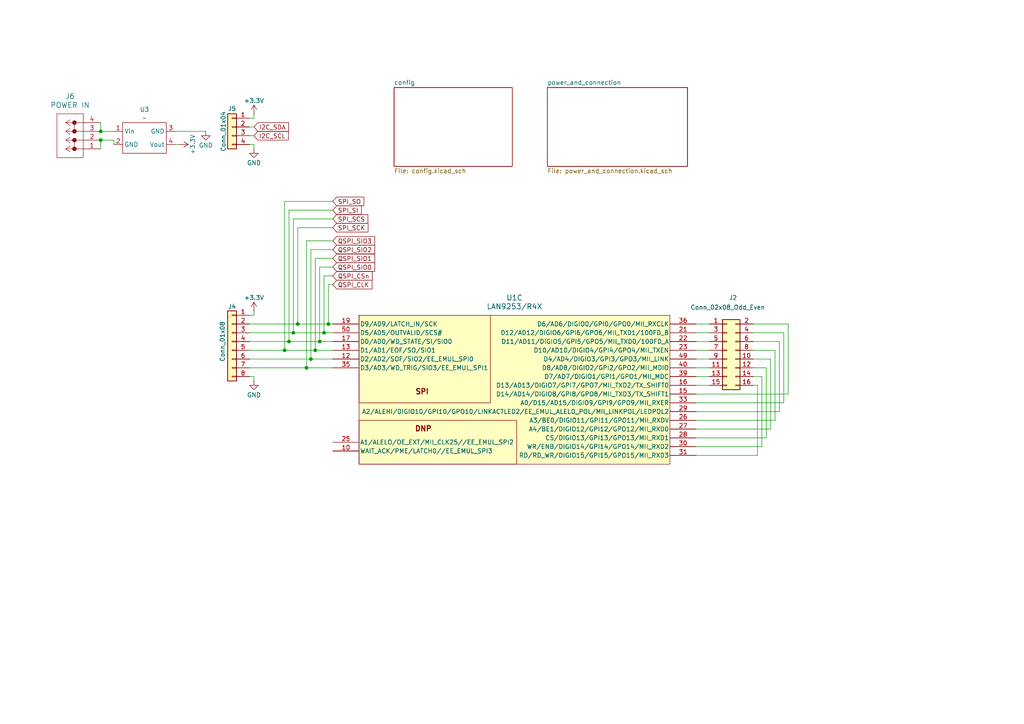
<source format=kicad_sch>
(kicad_sch (version 20231120) (generator "eeschema") (generator_version "8.0")
  (paper "A4")
  (lib_symbols
    (symbol "370_DCDC_Module:arnie4833"
      (property "Reference" "U" (at -5.588 6.35 0))
      (symbol "arnie4833_0_1"
        (rectangle (start -6.35 5.08) (end 6.35 -3.81))
      )
      (symbol "arnie4833_1_1"
        (pin power_in line (at -8.89 2.54 0) (length 2.54) (name "Vin") (number "1"))
        (pin power_in line (at -8.89 -1.27 0) (length 2.54) (name "GND") (number "2"))
        (pin power_out line (at 8.89 2.54 180) (length 2.54) (name "GND") (number "3"))
        (pin power_in line (at 8.89 -1.27 180) (length 2.54) (name "Vout") (number "4"))
      )
    )
    (symbol "470_specific_microchip:LAN9253_R4X" (pin_names (offset 0.254))
      (property "Reference" "U" (at -38.1 29.464 0))
      (property "Value" "LAN9253/R4X" (at -30.226 -31.242 0))
      (symbol "LAN9253_R4X_1_1"
        (rectangle (start -38.1 27.94) (end 38.1 -29.21) (fill (type background)))
        (polyline (pts (xy 0 -7.62) (xy 38.1 -7.62)))
        (polyline (pts (xy 38.1 13.97) (xy -38.1 13.97)))
        (polyline (pts (xy -38.1 -3.81) (xy 0 -3.81) (xy 0 13.97)))
        (polyline (pts (xy 0 -2.54) (xy 0 -29.21) (xy -38.1 -29.21)))
        (text "INT PORT1" (at 15.748 3.556 0) (effects (font (size 1.524 1.524) (thickness 0.3048) (bold yes))))
        (text "INT PORT2" (at 15.24 -19.05 0) (effects (font (size 1.524 1.524) (thickness 0.3048) (bold yes))))
        (text "OCS" (at -14.224 5.08 0) (effects (font (size 1.524 1.524) (thickness 0.3048) (bold yes))))
        (text "OTHER \nSIGNALS" (at -13.462 -12.954 0) (effects (font (size 1.524 1.524) (thickness 0.3048) (bold yes))))
        (text "POWER" (at -35.306 20.574 900) (effects (font (size 1.524 1.524) (thickness 0.3048) (bold yes))))
        (pin input line (at -45.72 7.62 0) (length 7.62) (name "OSCI") (number "1"))
        (pin bidirectional line (at -45.72 -15.24 0) (length 7.62) (name "RST#") (number "11"))
        (pin power_in line (at -5.08 35.56 270) (length 7.62) (name "VDDIO") (number "14"))
        (pin output line (at -45.72 3.81 0) (length 7.62) (name "OSCO") (number "2"))
        (pin power_in line (at -2.54 35.56 270) (length 7.62) (name "VDDIO") (number "20"))
        (pin power_in line (at 15.24 35.56 270) (length 7.62) (name "VDDCR") (number "24"))
        (pin power_in line (at -45.72 11.43 0) (length 7.62) (name "OSCVDD12") (number "3"))
        (pin power_in line (at 0 35.56 270) (length 7.62) (name "VDDIO") (number "32"))
        (pin power_in line (at 2.54 35.56 270) (length 7.62) (name "VDDIO") (number "37"))
        (pin power_in line (at 17.78 35.56 270) (length 7.62) (name "VDDCR") (number "38"))
        (pin power_out line (at -45.72 0 0) (length 7.62) (name "OSCVSS") (number "4"))
        (pin input line (at -45.72 -26.67 0) (length 7.62) (name "TESTMODE") (number "41"))
        (pin bidirectional line (at -45.72 -19.05 0) (length 7.62) (name "IRQ/LATCH1") (number "44"))
        (pin power_in line (at 5.08 35.56 270) (length 7.62) (name "VDDIO") (number "47"))
        (pin power_in line (at -12.7 35.56 270) (length 7.62) (name "VDD33") (number "5"))
        (pin power_in line (at -30.48 35.56 270) (length 7.62) (name "VDD33TXRX1") (number "51"))
        (pin unspecified line (at 45.72 7.62 180) (length 7.62) (name "TNXA") (number "52"))
        (pin unspecified line (at 45.72 5.08 180) (length 7.62) (name "TXPA") (number "53"))
        (pin unspecified line (at 45.72 2.54 180) (length 7.62) (name "RXNA") (number "54"))
        (pin unspecified line (at 45.72 0 180) (length 7.62) (name "RXPA") (number "55"))
        (pin power_in line (at 25.4 35.56 270) (length 7.62) (name "VDD12TX1") (number "56"))
        (pin unspecified line (at -45.72 -11.43 0) (length 7.62) (name "RBIAS") (number "57"))
        (pin power_in line (at -20.32 35.56 270) (length 7.62) (name "VDD33BIAS") (number "58"))
        (pin power_in line (at 27.94 35.56 270) (length 7.62) (name "VDD12TX2") (number "59"))
        (pin power_in line (at 12.7 35.56 270) (length 7.62) (name "VDDCR") (number "6"))
        (pin unspecified line (at 45.72 -22.86 180) (length 7.62) (name "RXPB") (number "60"))
        (pin unspecified line (at 45.72 -20.32 180) (length 7.62) (name "RXNB") (number "61"))
        (pin unspecified line (at 45.72 -17.78 180) (length 7.62) (name "TXPB") (number "62"))
        (pin unspecified line (at 45.72 -15.24 180) (length 7.62) (name "TXNB") (number "63"))
        (pin power_in line (at -27.94 35.56 270) (length 7.62) (name "VDD33TXRX2") (number "64"))
        (pin power_out line (at 35.56 35.56 270) (length 7.62) (name "GND") (number "65"))
        (pin unspecified line (at -45.72 -7.62 0) (length 7.62) (name "REG_EN") (number "7"))
        (pin bidirectional line (at -45.72 -22.86 0) (length 7.62) (name "CLK_25/CLK_25_EN/XTAL_MODE") (number "8"))
      )
      (symbol "LAN9253_R4X_2_1"
        (rectangle (start -53.34 10.16) (end 50.8 -10.16) (fill (type background)))
        (polyline (pts (xy -53.34 0) (xy 50.8 0)))
        (polyline (pts (xy 0 10.16) (xy 0 -10.16)))
        (text "Clock Sync/Latch \n      (OUT/IN)" (at -12.7 5.08 0) (effects (font (size 1.524 1.524) (thickness 0.3048) (bold yes))))
        (text "I2C\nEEPROM" (at 20.32 -4.826 0) (effects (font (size 1.524 1.524) (thickness 0.3048) (bold yes))))
        (text "MODE" (at 5.334 3.556 0) (effects (font (size 1.524 1.524) (thickness 0.3048) (bold yes))))
        (text "Status" (at -10.414 -3.302 0) (effects (font (size 1.524 1.524) (thickness 0.3048) (bold yes))))
        (pin bidirectional line (at -60.96 7.62 0) (length 7.62) (name "SYNC1/LATCH1/PME") (number "18"))
        (pin bidirectional line (at -60.96 3.81 0) (length 7.62) (name "SYNC0/LATCH0/PME") (number "34"))
        (pin bidirectional line (at 58.42 -3.81 180) (length 7.62) (name "EESDA/TMS/EE_EMUL1") (number "42"))
        (pin bidirectional line (at 58.42 -7.62 180) (length 7.62) (name "EESCL/TCK/EE_EMUL2") (number "43"))
        (pin bidirectional line (at -60.96 -7.62 0) (length 7.62) (name "RUNLED/STATE_RUNLED/E2PSIZE/EE_EMUL0/LEDPOL3") (number "45"))
        (pin bidirectional line (at 58.42 3.81 180) (length 7.62) (name "LINKACTLED1/TDI/CHIP_MODE1/LEDPOL1") (number "46"))
        (pin bidirectional line (at 58.42 7.62 180) (length 7.62) (name "LINKACTLED0/TDO/CHIP_MODE0/100FD_A/LEDPOL0") (number "48"))
        (pin bidirectional line (at -60.96 -3.81 0) (length 7.62) (name "ERRLED/PME/100FD_B/LEDPOL4") (number "9"))
      )
      (symbol "LAN9253_R4X_3_1"
        (rectangle (start -45.72 -11.43) (end 0 -24.13))
        (rectangle (start -45.72 19.05) (end 44.45 -24.13) (fill (type background)))
        (rectangle (start -7.62 19.05) (end -45.72 -6.35))
        (text "DNP" (at -27.0897 -13.8086 0) (effects (font (size 1.524 1.524) (thickness 0.3048) (bold yes))))
        (text "SPI" (at -27.432 -3.048 0) (effects (font (size 1.524 1.524) (thickness 0.3048) (bold yes))))
        (pin bidirectional line (at -53.34 -20.32 0) (length 7.62) (name "WAIT_ACK/PME/LATCH0//EE_EMUL_SPI3") (number "10"))
        (pin bidirectional line (at -53.34 6.35 0) (length 7.62) (name "D2/AD2/SOF/SIO2/EE_EMUL_SPI0") (number "12"))
        (pin bidirectional line (at -53.34 8.89 0) (length 7.62) (name "D1/AD1/EOF/SO/SIO1") (number "13"))
        (pin bidirectional line (at 52.07 -3.81 180) (length 7.62) (name "D14/AD14/DIGIO8/GPI8/GPO8/MII_TXD3/TX_SHIFT1") (number "15"))
        (pin bidirectional line (at 52.07 -1.27 180) (length 7.62) (name "D13/AD13/DIGIO7/GPI7/GPO7/MII_TXD2/TX_SHIFT0") (number "16"))
        (pin bidirectional line (at -53.34 11.43 0) (length 7.62) (name "D0/AD0/WD_STATE/SI/SIO0") (number "17"))
        (pin bidirectional line (at -53.34 16.51 0) (length 7.62) (name "D9/AD9/LATCH_IN/SCK") (number "19"))
        (pin bidirectional line (at 52.07 13.97 180) (length 7.62) (name "D12/AD12/DIGIO6/GPI6/GPO6/MII_TXD1/100FD_B") (number "21"))
        (pin bidirectional line (at 52.07 11.43 180) (length 7.62) (name "D11/AD11/DIGIO5/GPI5/GPO5/MII_TXD0/100FD_A") (number "22"))
        (pin bidirectional line (at 52.07 8.89 180) (length 7.62) (name "D10/AD10/DIGIO4/GPI4/GPO4/MII_TXEN") (number "23"))
        (pin bidirectional line (at -53.34 -17.78 0) (length 7.62) (name "A1/ALELO/OE_EXT/MII_CLK25//EE_EMUL_SPI2") (number "25"))
        (pin bidirectional line (at 52.07 -11.43 180) (length 7.62) (name "A3/BE0/DIGIO11/GPI11/GPO11/MII_RXDV") (number "26"))
        (pin bidirectional line (at 52.07 -13.97 180) (length 7.62) (name "A4/BE1/DIGIO12/GPI12/GPO12/MII_RXD0") (number "27"))
        (pin bidirectional line (at 52.07 -16.51 180) (length 7.62) (name "CS/DIGIO13/GPI13/GPO13/MII_RXD1") (number "28"))
        (pin bidirectional line (at 52.07 -8.89 180) (length 7.62) (name "A2/ALEHI/DIGIO10/GPI10/GPO10/LINKACTLED2/EE_EMUL_ALELO_POL/MII_LINKPOL/LEDPOL2") (number "29"))
        (pin bidirectional line (at 52.07 -19.05 180) (length 7.62) (name "WR/ENB/DIGIO14/GPI14/GPO14/MII_RXD2") (number "30"))
        (pin bidirectional line (at 52.07 -21.59 180) (length 7.62) (name "RD/RD_WR/DIGIO15/GPI15/GPO15/MII_RXD3") (number "31"))
        (pin bidirectional line (at 52.07 -6.35 180) (length 7.62) (name "A0/D15/AD15/DIGIO9/GPI9/GPO9/MII_RXER") (number "33"))
        (pin bidirectional line (at -53.34 3.81 0) (length 7.62) (name "D3/AD3/WD_TRIG/SIO3/EE_EMUL_SPI1") (number "35"))
        (pin bidirectional line (at 52.07 16.51 180) (length 7.62) (name "D6/AD6/DIGIO0/GPI0/GPO0/MII_RXCLK") (number "36"))
        (pin bidirectional line (at 52.07 1.27 180) (length 7.62) (name "D7/AD7/DIGIO1/GPI1/GPO1/MII_MDC") (number "39"))
        (pin bidirectional line (at 52.07 3.81 180) (length 7.62) (name "D8/AD8/DIGIO2/GPI2/GPO2/MII_MDIO") (number "40"))
        (pin bidirectional line (at 52.07 6.35 180) (length 7.62) (name "D4/AD4/DIGIO3/GPI3/GPO3/MII_LINK") (number "49"))
        (pin bidirectional line (at -53.34 13.97 0) (length 7.62) (name "D5/AD5/OUTVALID/SCS#") (number "50"))
      )
    )
    (symbol "810_Cable_To_Board:wago_2060-1452-998-404" (pin_names (offset 0.254))
      (property "Reference" "J" (at -4.826 3.81 0))
      (property "Value" "2060-452/998-404" (at 8.128 3.81 0))
      (symbol "wago_2060-1452-998-404_1_1"
        (polyline (pts (xy 5.08 -10.16) (xy 12.7 -10.16)) (stroke (width 0.127)))
        (polyline (pts (xy 5.08 2.54) (xy 5.08 -10.16)) (stroke (width 0.127)))
        (polyline (pts (xy 7.62 -5.08) (xy 7.62 -7.62)) (stroke (width 0.127)))
        (polyline (pts (xy 7.62 0) (xy 7.62 -2.54)) (stroke (width 0.127)))
        (polyline (pts (xy 10.16 -7.62) (xy 5.08 -7.62)) (stroke (width 0.127)))
        (polyline (pts (xy 10.16 -7.62) (xy 8.89 -8.4667)) (stroke (width 0.127)))
        (polyline (pts (xy 10.16 -7.62) (xy 8.89 -6.7733)) (stroke (width 0.127)))
        (polyline (pts (xy 10.16 -5.08) (xy 5.08 -5.08)) (stroke (width 0.127)))
        (polyline (pts (xy 10.16 -5.08) (xy 8.89 -5.9267)) (stroke (width 0.127)))
        (polyline (pts (xy 10.16 -5.08) (xy 8.89 -4.2333)) (stroke (width 0.127)))
        (polyline (pts (xy 10.16 -2.54) (xy 5.08 -2.54)) (stroke (width 0.127)))
        (polyline (pts (xy 10.16 -2.54) (xy 8.89 -3.3867)) (stroke (width 0.127)))
        (polyline (pts (xy 10.16 -2.54) (xy 8.89 -1.6933)) (stroke (width 0.127)))
        (polyline (pts (xy 10.16 0) (xy 5.08 0)) (stroke (width 0.127)))
        (polyline (pts (xy 10.16 0) (xy 8.89 -0.8467)) (stroke (width 0.127)))
        (polyline (pts (xy 10.16 0) (xy 8.89 0.8467)) (stroke (width 0.127)))
        (polyline (pts (xy 12.7 -10.16) (xy 12.7 2.54)) (stroke (width 0.127)))
        (polyline (pts (xy 12.7 2.54) (xy 5.08 2.54)) (stroke (width 0.127)))
        (circle (center 7.62 -7.62) (radius 0.127) (stroke (width 0.508)))
        (circle (center 7.62 -5.08) (radius 0.127) (stroke (width 0.508)))
        (circle (center 7.62 -2.54) (radius 0.127) (stroke (width 0.508)))
        (circle (center 7.62 0) (radius 0.127) (stroke (width 0.508)))
        (pin unspecified line (at 0 0 0) (length 5.08) (name "") (number "1"))
        (pin unspecified line (at 0 -2.54 0) (length 5.08) (name "") (number "2"))
        (pin unspecified line (at 0 -5.08 0) (length 5.08) (name "") (number "3"))
        (pin unspecified line (at 0 -7.62 0) (length 5.08) (name "") (number "4"))
      )
      (symbol "wago_2060-1452-998-404_1_2"
        (polyline (pts (xy 5.08 -10.16) (xy 12.7 -10.16)) (stroke (width 0.127)))
        (polyline (pts (xy 5.08 2.54) (xy 5.08 -10.16)) (stroke (width 0.127)))
        (polyline (pts (xy 7.62 -5.08) (xy 7.62 -7.62)) (stroke (width 0.127)))
        (polyline (pts (xy 7.62 0) (xy 7.62 -2.54)) (stroke (width 0.127)))
        (polyline (pts (xy 10.16 -7.62) (xy 5.08 -7.62)) (stroke (width 0.127)))
        (polyline (pts (xy 10.16 -7.62) (xy 8.89 -8.4667)) (stroke (width 0.127)))
        (polyline (pts (xy 10.16 -7.62) (xy 8.89 -6.7733)) (stroke (width 0.127)))
        (polyline (pts (xy 10.16 -5.08) (xy 5.08 -5.08)) (stroke (width 0.127)))
        (polyline (pts (xy 10.16 -5.08) (xy 8.89 -5.9267)) (stroke (width 0.127)))
        (polyline (pts (xy 10.16 -5.08) (xy 8.89 -4.2333)) (stroke (width 0.127)))
        (polyline (pts (xy 10.16 -2.54) (xy 5.08 -2.54)) (stroke (width 0.127)))
        (polyline (pts (xy 10.16 -2.54) (xy 8.89 -3.3867)) (stroke (width 0.127)))
        (polyline (pts (xy 10.16 -2.54) (xy 8.89 -1.6933)) (stroke (width 0.127)))
        (polyline (pts (xy 10.16 0) (xy 5.08 0)) (stroke (width 0.127)))
        (polyline (pts (xy 10.16 0) (xy 8.89 -0.8467)) (stroke (width 0.127)))
        (polyline (pts (xy 10.16 0) (xy 8.89 0.8467)) (stroke (width 0.127)))
        (polyline (pts (xy 12.7 -10.16) (xy 12.7 2.54)) (stroke (width 0.127)))
        (polyline (pts (xy 12.7 2.54) (xy 5.08 2.54)) (stroke (width 0.127)))
        (circle (center 7.62 -7.62) (radius 0.127) (stroke (width 0.508)))
        (circle (center 7.62 -5.08) (radius 0.127) (stroke (width 0.508)))
        (circle (center 7.62 -2.54) (radius 0.127) (stroke (width 0.508)))
        (circle (center 7.62 0) (radius 0.127) (stroke (width 0.508)))
        (pin unspecified line (at 0 0 0) (length 5.08) (name "1_1") (number "1"))
        (pin unspecified line (at 0 -2.54 0) (length 5.08) (name "1_2") (number "2"))
        (pin unspecified line (at 0 -5.08 0) (length 5.08) (name "2_1") (number "3"))
        (pin unspecified line (at 0 -7.62 0) (length 5.08) (name "2_2") (number "4"))
      )
    )
    (symbol "Connector_Generic:Conn_01x04" (pin_names (offset 1.016) hide)
      (property "Reference" "J" (at 0 5.08 0))
      (property "Value" "Conn_01x04" (at 0 -7.62 0))
      (symbol "Conn_01x04_1_1"
        (rectangle (start -1.27 -4.953) (end 0 -5.207) (stroke (width 0.1524)))
        (rectangle (start -1.27 -2.413) (end 0 -2.667) (stroke (width 0.1524)))
        (rectangle (start -1.27 0.127) (end 0 -0.127) (stroke (width 0.1524)))
        (rectangle (start -1.27 2.667) (end 0 2.413) (stroke (width 0.1524)))
        (rectangle (start -1.27 3.81) (end 1.27 -6.35) (stroke (width 0.254)) (fill (type background)))
        (pin passive line (at -5.08 2.54 0) (length 3.81) (name "Pin_1") (number "1"))
        (pin passive line (at -5.08 0 0) (length 3.81) (name "Pin_2") (number "2"))
        (pin passive line (at -5.08 -2.54 0) (length 3.81) (name "Pin_3") (number "3"))
        (pin passive line (at -5.08 -5.08 0) (length 3.81) (name "Pin_4") (number "4"))
      )
    )
    (symbol "Connector_Generic:Conn_01x08" (pin_names (offset 1.016) hide)
      (property "Reference" "J" (at 0 10.16 0))
      (property "Value" "Conn_01x08" (at 0 -12.7 0))
      (symbol "Conn_01x08_1_1"
        (rectangle (start -1.27 -10.033) (end 0 -10.287) (stroke (width 0.1524)))
        (rectangle (start -1.27 -7.493) (end 0 -7.747) (stroke (width 0.1524)))
        (rectangle (start -1.27 -4.953) (end 0 -5.207) (stroke (width 0.1524)))
        (rectangle (start -1.27 -2.413) (end 0 -2.667) (stroke (width 0.1524)))
        (rectangle (start -1.27 0.127) (end 0 -0.127) (stroke (width 0.1524)))
        (rectangle (start -1.27 2.667) (end 0 2.413) (stroke (width 0.1524)))
        (rectangle (start -1.27 5.207) (end 0 4.953) (stroke (width 0.1524)))
        (rectangle (start -1.27 7.747) (end 0 7.493) (stroke (width 0.1524)))
        (rectangle (start -1.27 8.89) (end 1.27 -11.43) (stroke (width 0.254)) (fill (type background)))
        (pin passive line (at -5.08 7.62 0) (length 3.81) (name "Pin_1") (number "1"))
        (pin passive line (at -5.08 5.08 0) (length 3.81) (name "Pin_2") (number "2"))
        (pin passive line (at -5.08 2.54 0) (length 3.81) (name "Pin_3") (number "3"))
        (pin passive line (at -5.08 0 0) (length 3.81) (name "Pin_4") (number "4"))
        (pin passive line (at -5.08 -2.54 0) (length 3.81) (name "Pin_5") (number "5"))
        (pin passive line (at -5.08 -5.08 0) (length 3.81) (name "Pin_6") (number "6"))
        (pin passive line (at -5.08 -7.62 0) (length 3.81) (name "Pin_7") (number "7"))
        (pin passive line (at -5.08 -10.16 0) (length 3.81) (name "Pin_8") (number "8"))
      )
    )
    (symbol "Connector_Generic:Conn_02x08_Odd_Even" (pin_names (offset 1.016) hide)
      (property "Reference" "J" (at 1.27 10.16 0))
      (property "Value" "Conn_02x08_Odd_Even" (at 1.27 -12.7 0))
      (symbol "Conn_02x08_Odd_Even_1_1"
        (rectangle (start -1.27 -10.033) (end 0 -10.287) (stroke (width 0.1524)))
        (rectangle (start -1.27 -7.493) (end 0 -7.747) (stroke (width 0.1524)))
        (rectangle (start -1.27 -4.953) (end 0 -5.207) (stroke (width 0.1524)))
        (rectangle (start -1.27 -2.413) (end 0 -2.667) (stroke (width 0.1524)))
        (rectangle (start -1.27 0.127) (end 0 -0.127) (stroke (width 0.1524)))
        (rectangle (start -1.27 2.667) (end 0 2.413) (stroke (width 0.1524)))
        (rectangle (start -1.27 5.207) (end 0 4.953) (stroke (width 0.1524)))
        (rectangle (start -1.27 7.747) (end 0 7.493) (stroke (width 0.1524)))
        (rectangle (start -1.27 8.89) (end 3.81 -11.43) (stroke (width 0.254)) (fill (type background)))
        (rectangle (start 3.81 -10.033) (end 2.54 -10.287) (stroke (width 0.1524)))
        (rectangle (start 3.81 -7.493) (end 2.54 -7.747) (stroke (width 0.1524)))
        (rectangle (start 3.81 -4.953) (end 2.54 -5.207) (stroke (width 0.1524)))
        (rectangle (start 3.81 -2.413) (end 2.54 -2.667) (stroke (width 0.1524)))
        (rectangle (start 3.81 0.127) (end 2.54 -0.127) (stroke (width 0.1524)))
        (rectangle (start 3.81 2.667) (end 2.54 2.413) (stroke (width 0.1524)))
        (rectangle (start 3.81 5.207) (end 2.54 4.953) (stroke (width 0.1524)))
        (rectangle (start 3.81 7.747) (end 2.54 7.493) (stroke (width 0.1524)))
        (pin passive line (at -5.08 7.62 0) (length 3.81) (name "Pin_1") (number "1"))
        (pin passive line (at 7.62 -2.54 180) (length 3.81) (name "Pin_10") (number "10"))
        (pin passive line (at -5.08 -5.08 0) (length 3.81) (name "Pin_11") (number "11"))
        (pin passive line (at 7.62 -5.08 180) (length 3.81) (name "Pin_12") (number "12"))
        (pin passive line (at -5.08 -7.62 0) (length 3.81) (name "Pin_13") (number "13"))
        (pin passive line (at 7.62 -7.62 180) (length 3.81) (name "Pin_14") (number "14"))
        (pin passive line (at -5.08 -10.16 0) (length 3.81) (name "Pin_15") (number "15"))
        (pin passive line (at 7.62 -10.16 180) (length 3.81) (name "Pin_16") (number "16"))
        (pin passive line (at 7.62 7.62 180) (length 3.81) (name "Pin_2") (number "2"))
        (pin passive line (at -5.08 5.08 0) (length 3.81) (name "Pin_3") (number "3"))
        (pin passive line (at 7.62 5.08 180) (length 3.81) (name "Pin_4") (number "4"))
        (pin passive line (at -5.08 2.54 0) (length 3.81) (name "Pin_5") (number "5"))
        (pin passive line (at 7.62 2.54 180) (length 3.81) (name "Pin_6") (number "6"))
        (pin passive line (at -5.08 0 0) (length 3.81) (name "Pin_7") (number "7"))
        (pin passive line (at 7.62 0 180) (length 3.81) (name "Pin_8") (number "8"))
        (pin passive line (at -5.08 -2.54 0) (length 3.81) (name "Pin_9") (number "9"))
      )
    )
    (symbol "power:+3.3V" (power) (pin_numbers hide) (pin_names (offset 0) hide)
      (property "Value" "+3.3V" (at 0 3.556 0))
      (symbol "+3.3V_0_1"
        (polyline (pts (xy -0.762 1.27) (xy 0 2.54)))
        (polyline (pts (xy 0 0) (xy 0 2.54)))
        (polyline (pts (xy 0 2.54) (xy 0.762 1.27)))
      )
      (symbol "+3.3V_1_1"
        (pin power_in line (at 0 0 90) (length 0) (name "~") (number "1"))
      )
    )
    (symbol "power:GND" (power) (pin_numbers hide) (pin_names (offset 0) hide)
      (property "Value" "GND" (at 0 -3.81 0))
      (symbol "GND_0_1"
        (polyline (pts (xy 0 0) (xy 0 -1.27) (xy 1.27 -1.27) (xy 0 -2.54) (xy -1.27 -1.27) (xy 0 -1.27)))
      )
      (symbol "GND_1_1"
        (pin power_in line (at 0 0 270) (length 0) (name "~") (number "1"))
      )
    )
  )
  (junction (at 93.98 96.52))
  (junction (at 83.82 99.06))
  (junction (at 29.21 38.1))
  (junction (at 90.17 104.14))
  (junction (at 95.25 93.98))
  (junction (at 85.09 96.52))
  (junction (at 88.9 106.68))
  (junction (at 29.21 40.64))
  (junction (at 92.71 99.06))
  (junction (at 86.36 93.98))
  (junction (at 82.55 101.6))
  (junction (at 91.44 101.6))
  (wire (pts (xy 91.44 101.6) (xy 96.52 101.6)))
  (wire (pts (xy 226.06 119.38) (xy 226.06 99.06)))
  (wire (pts (xy 201.93 109.22) (xy 205.74 109.22)))
  (wire (pts (xy 85.09 63.5) (xy 96.52 63.5)))
  (wire (pts (xy 88.9 106.68) (xy 88.9 69.85)))
  (wire (pts (xy 91.44 74.93) (xy 96.52 74.93)))
  (wire (pts (xy 219.71 111.76) (xy 218.44 111.76)))
  (wire (pts (xy 226.06 99.06) (xy 218.44 99.06)))
  (wire (pts (xy 73.66 41.91) (xy 72.39 41.91)))
  (wire (pts (xy 72.39 36.83) (xy 73.66 36.83)))
  (wire (pts (xy 220.98 109.22) (xy 218.44 109.22)))
  (wire (pts (xy 82.55 58.42) (xy 96.52 58.42)))
  (wire (pts (xy 50.8 41.91) (xy 52.07 41.91)))
  (wire (pts (xy 88.9 106.68) (xy 96.52 106.68)))
  (wire (pts (xy 222.25 127) (xy 222.25 106.68)))
  (wire (pts (xy 90.17 104.14) (xy 96.52 104.14)))
  (wire (pts (xy 73.66 109.22) (xy 72.39 109.22)))
  (wire (pts (xy 220.98 129.54) (xy 220.98 109.22)))
  (wire (pts (xy 201.93 106.68) (xy 205.74 106.68)))
  (wire (pts (xy 201.93 111.76) (xy 205.74 111.76)))
  (wire (pts (xy 29.21 40.64) (xy 33.02 40.64)))
  (wire (pts (xy 93.98 80.01) (xy 96.52 80.01)))
  (wire (pts (xy 72.39 39.37) (xy 73.66 39.37)))
  (wire (pts (xy 72.39 104.14) (xy 90.17 104.14)))
  (wire (pts (xy 218.44 93.98) (xy 228.6 93.98)))
  (wire (pts (xy 29.21 38.1) (xy 33.02 38.1)))
  (wire (pts (xy 33.02 40.64) (xy 33.02 41.91)))
  (wire (pts (xy 72.39 91.44) (xy 73.66 91.44)))
  (wire (pts (xy 72.39 101.6) (xy 82.55 101.6)))
  (wire (pts (xy 95.25 82.55) (xy 96.52 82.55)))
  (wire (pts (xy 85.09 96.52) (xy 85.09 63.5)))
  (wire (pts (xy 224.79 101.6) (xy 218.44 101.6)))
  (wire (pts (xy 73.66 91.44) (xy 73.66 90.17)))
  (wire (pts (xy 90.17 72.39) (xy 96.52 72.39)))
  (wire (pts (xy 29.21 35.56) (xy 29.21 38.1)))
  (wire (pts (xy 224.79 121.92) (xy 224.79 101.6)))
  (wire (pts (xy 86.36 93.98) (xy 86.36 66.04)))
  (wire (pts (xy 201.93 96.52) (xy 205.74 96.52)))
  (wire (pts (xy 83.82 60.96) (xy 96.52 60.96)))
  (wire (pts (xy 92.71 77.47) (xy 96.52 77.47)))
  (wire (pts (xy 201.93 101.6) (xy 205.74 101.6)))
  (wire (pts (xy 223.52 124.46) (xy 223.52 104.14)))
  (wire (pts (xy 83.82 99.06) (xy 92.71 99.06)))
  (wire (pts (xy 72.39 96.52) (xy 85.09 96.52)))
  (wire (pts (xy 29.21 40.64) (xy 29.21 43.18)))
  (wire (pts (xy 93.98 96.52) (xy 96.52 96.52)))
  (wire (pts (xy 72.39 106.68) (xy 88.9 106.68)))
  (wire (pts (xy 50.8 38.1) (xy 59.69 38.1)))
  (wire (pts (xy 201.93 127) (xy 222.25 127)))
  (wire (pts (xy 73.66 109.22) (xy 73.66 110.49)))
  (wire (pts (xy 73.66 41.91) (xy 73.66 43.18)))
  (wire (pts (xy 92.71 99.06) (xy 96.52 99.06)))
  (wire (pts (xy 72.39 93.98) (xy 86.36 93.98)))
  (wire (pts (xy 223.52 104.14) (xy 218.44 104.14)))
  (wire (pts (xy 227.33 116.84) (xy 227.33 96.52)))
  (wire (pts (xy 93.98 96.52) (xy 93.98 80.01)))
  (wire (pts (xy 219.71 132.08) (xy 219.71 111.76)))
  (wire (pts (xy 82.55 101.6) (xy 82.55 58.42)))
  (wire (pts (xy 95.25 93.98) (xy 96.52 93.98)))
  (wire (pts (xy 86.36 93.98) (xy 95.25 93.98)))
  (wire (pts (xy 85.09 96.52) (xy 93.98 96.52)))
  (wire (pts (xy 228.6 114.3) (xy 228.6 93.98)))
  (wire (pts (xy 227.33 96.52) (xy 218.44 96.52)))
  (wire (pts (xy 201.93 93.98) (xy 205.74 93.98)))
  (wire (pts (xy 92.71 99.06) (xy 92.71 77.47)))
  (wire (pts (xy 73.66 34.29) (xy 73.66 33.02)))
  (wire (pts (xy 90.17 104.14) (xy 90.17 72.39)))
  (wire (pts (xy 95.25 93.98) (xy 95.25 82.55)))
  (wire (pts (xy 72.39 34.29) (xy 73.66 34.29)))
  (wire (pts (xy 201.93 114.3) (xy 228.6 114.3)))
  (wire (pts (xy 82.55 101.6) (xy 91.44 101.6)))
  (wire (pts (xy 201.93 116.84) (xy 227.33 116.84)))
  (wire (pts (xy 86.36 66.04) (xy 96.52 66.04)))
  (wire (pts (xy 222.25 106.68) (xy 218.44 106.68)))
  (wire (pts (xy 91.44 101.6) (xy 91.44 74.93)))
  (wire (pts (xy 83.82 99.06) (xy 83.82 60.96)))
  (wire (pts (xy 201.93 129.54) (xy 220.98 129.54)))
  (wire (pts (xy 201.93 99.06) (xy 205.74 99.06)))
  (wire (pts (xy 201.93 119.38) (xy 226.06 119.38)))
  (wire (pts (xy 201.93 124.46) (xy 223.52 124.46)))
  (wire (pts (xy 201.93 132.08) (xy 219.71 132.08)))
  (wire (pts (xy 201.93 104.14) (xy 205.74 104.14)))
  (wire (pts (xy 72.39 99.06) (xy 83.82 99.06)))
  (wire (pts (xy 88.9 69.85) (xy 96.52 69.85)))
  (wire (pts (xy 201.93 121.92) (xy 224.79 121.92)))
  (global_label "I2C_SDA" (shape input) (at 73.66 36.83 0) (property "Intersheetrefs" "${INTERSHEET_REFS}" (effects (hide yes))))
  (global_label "QSPI_SIO2" (shape input) (at 96.52 72.39 0) (property "Intersheetrefs" "${INTERSHEET_REFS}" (effects (hide yes))))
  (global_label "QSPI_SIO0" (shape input) (at 96.52 77.47 0) (property "Intersheetrefs" "${INTERSHEET_REFS}" (effects (hide yes))))
  (global_label "SPI_SCK" (shape input) (at 96.52 66.04 0) (property "Intersheetrefs" "${INTERSHEET_REFS}" (effects (hide yes))))
  (global_label "QSPI_SIO3" (shape input) (at 96.52 69.85 0) (property "Intersheetrefs" "${INTERSHEET_REFS}" (effects (hide yes))))
  (global_label "QSPI_CLK" (shape input) (at 96.52 82.55 0) (property "Intersheetrefs" "${INTERSHEET_REFS}" (effects (hide yes))))
  (global_label "I2C_SCL" (shape input) (at 73.66 39.37 0) (property "Intersheetrefs" "${INTERSHEET_REFS}" (effects (hide yes))))
  (global_label "SPI_SI" (shape input) (at 96.52 60.96 0) (property "Intersheetrefs" "${INTERSHEET_REFS}" (effects (hide yes))))
  (global_label "SPI_SCS" (shape input) (at 96.52 63.5 0) (property "Intersheetrefs" "${INTERSHEET_REFS}" (effects (hide yes))))
  (global_label "SPI_SO" (shape input) (at 96.52 58.42 0) (property "Intersheetrefs" "${INTERSHEET_REFS}" (effects (hide yes))))
  (global_label "QSPI_SIO1" (shape input) (at 96.52 74.93 0) (property "Intersheetrefs" "${INTERSHEET_REFS}" (effects (hide yes))))
  (global_label "QSPI_CSn" (shape input) (at 96.52 80.01 0) (property "Intersheetrefs" "${INTERSHEET_REFS}" (effects (hide yes))))
  (symbol (lib_id "Connector_Generic:Conn_01x04") (at 67.31 36.83 0) (mirror y) (unit 1)
    (property "Reference" "J5" (at 67.31 31.496 0))
    (property "Value" "Conn_01x04" (at 64.77 38.1 90))
    (property "Description" "Generic connector, single row, 01x04, script generated (kicad-library-utils/schlib/autogen/connector/)" (effects (hide yes)))
  )
  (symbol (lib_id "Connector_Generic:Conn_02x08_Odd_Even") (at 210.82 101.6 0) (unit 1)
    (property "Reference" "J2" (at 212.598 86.36 0))
    (property "Value" "Conn_02x08_Odd_Even" (at 211.074 89.154 0))
    (property "Footprint" "Connector_PinHeader_2.54mm:PinHeader_2x08_P2.54mm_Vertical" (effects (hide yes)))
    (property "Description" "Generic connector, double row, 02x08, odd/even pin numbering scheme (row 1 odd numbers, row 2 even numbers), script generated (kicad-library-utils/schlib/autogen/connector/)" (effects (hide yes)))
  )
  (symbol (lib_id "power:+3.3V") (at 73.66 33.02 0) (unit 1)
    (property "Reference" "#PWR040" (effects (hide yes)))
    (property "Value" "+3.3V" (at 73.66 29.21 0))
    (property "Description" "Power symbol creates a global label with name \"+3.3V\"" (effects (hide yes)))
  )
  (symbol (lib_id "power:+3.3V") (at 73.66 90.17 0) (unit 1)
    (property "Reference" "#PWR039" (effects (hide yes)))
    (property "Value" "+3.3V" (at 73.66 86.36 0))
    (property "Description" "Power symbol creates a global label with name \"+3.3V\"" (effects (hide yes)))
  )
  (symbol (lib_id "power:GND") (at 73.66 110.49 0) (unit 1)
    (property "Reference" "#PWR038" (effects (hide yes)))
    (property "Value" "GND" (at 73.66 114.554 0))
    (property "Description" "Power symbol creates a global label with name \"GND\" , ground" (effects (hide yes)))
  )
  (symbol (lib_id "370_DCDC_Module:arnie4833") (at 41.91 40.64 0) (unit 1)
    (property "Reference" "U3" (at 41.91 31.75 0))
    (property "Value" "~" (at 41.91 34.29 0))
    (property "Footprint" "370_DCDC_Module:arnie4433" (effects (hide yes)))
  )
  (symbol (lib_id "810_Cable_To_Board:wago_2060-1452-998-404") (at 29.21 43.18 180) (unit 1)
    (property "Reference" "J6" (at 20.32 27.94 0) (effects (font (size 1.524 1.524))))
    (property "Value" "POWER IN" (at 20.32 30.48 0) (effects (font (size 1.524 1.524))))
    (property "Footprint" "810_connectors_clable_to_Board:wago_2060-1452-998-404" (effects (hide yes)))
    (property "Datasheet" "2060-1452/998-404" (effects (hide yes)))
    (property "Man" "Wago" (effects (hide yes)))
    (property "Man_No" "2060-1452/998-404" (effects (hide yes)))
    (property "Disti" "Digikey" (effects (hide yes)))
    (property "Disti_No" "2946-2060-1452/998-404CT-ND" (effects (hide yes)))
  )
  (symbol (lib_id "power:+3.3V") (at 52.07 41.91 270) (unit 1)
    (property "Reference" "#PWR043" (effects (hide yes)))
    (property "Value" "+3.3V" (at 55.88 41.91 0))
    (property "Description" "Power symbol creates a global label with name \"+3.3V\"" (effects (hide yes)))
  )
  (symbol (lib_id "Connector_Generic:Conn_01x08") (at 67.31 99.06 0) (mirror y) (unit 1)
    (property "Reference" "J4" (at 67.31 88.9 0))
    (property "Value" "Conn_01x08" (at 64.516 99.06 90))
    (property "Description" "Generic connector, single row, 01x08, script generated (kicad-library-utils/schlib/autogen/connector/)" (effects (hide yes)))
  )
  (symbol (lib_id "power:GND") (at 73.66 43.18 0) (unit 1)
    (property "Reference" "#PWR041" (effects (hide yes)))
    (property "Value" "GND" (at 73.66 47.244 0))
    (property "Description" "Power symbol creates a global label with name \"GND\" , ground" (effects (hide yes)))
  )
  (symbol (lib_id "470_specific_microchip:LAN9253_R4X") (at 149.86 110.49 0) (unit 3)
    (property "Reference" "U1" (at 149.225 86.36 0) (effects (font (size 1.524 1.524))))
    (property "Value" "LAN9253/R4X" (at 149.225 88.9 0) (effects (font (size 1.524 1.524))))
    (property "Footprint" "Package_DFN_QFN:QFN-64-1EP_9x9mm_P0.5mm_EP6x6mm_ThermalVias" (effects (hide yes)))
    (property "Datasheet" "LAN9253/R4X" (effects (hide yes)))
  )
  (symbol (lib_id "power:GND") (at 59.69 38.1 0) (unit 1)
    (property "Reference" "#PWR044" (effects (hide yes)))
    (property "Value" "GND" (at 59.69 42.164 0))
    (property "Description" "Power symbol creates a global label with name \"GND\" , ground" (effects (hide yes)))
  )
  (sheet (at 114.3 25.4) (size 34.29 22.86) (stroke (width 0.1524))
    (property "Sheetname" "config" (at 114.3 24.6884 0) (effects (justify left bottom)))
    (property "Sheetfile" "config.kicad_sch" (at 114.3 48.8446 0) (effects (justify left top)))
  )
  (sheet (at 158.75 25.4) (size 40.64 22.86) (stroke (width 0.1524))
    (property "Sheetname" "power_and_connection" (at 158.75 24.6884 0) (effects (justify left bottom)))
    (property "Sheetfile" "power_and_connection.kicad_sch" (at 158.75 48.8446 0) (effects (justify left top)))
  )
)
</source>
